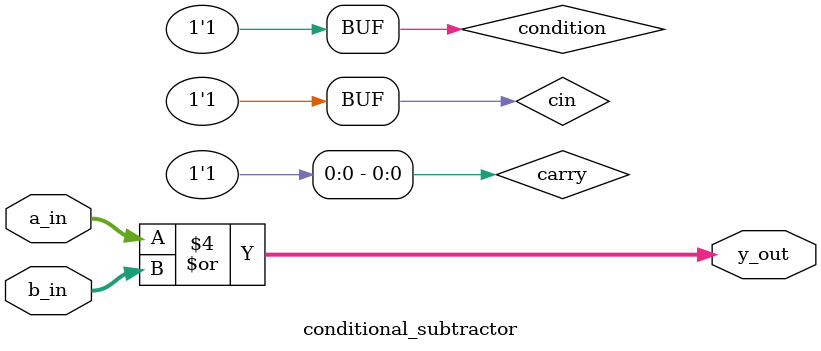
<source format=sv>
module or_gate_2input_16bit #(
    parameter WIDTH = 16,
    parameter SLICE_WIDTH = 4
)(
    input  wire [WIDTH-1:0] a,
    input  wire [WIDTH-1:0] b,
    output wire [WIDTH-1:0] y
);
    // 使用更高效的参数化设计
    genvar i;
    generate
        for (i = 0; i < WIDTH; i = i + SLICE_WIDTH) begin : or_slices
            conditional_subtractor #(
                .WIDTH(SLICE_WIDTH)
            ) subtractor_inst (
                .a_in(a[i+SLICE_WIDTH-1:i]),
                .b_in(b[i+SLICE_WIDTH-1:i]),
                .y_out(y[i+SLICE_WIDTH-1:i])
            );
        end
    endgenerate
endmodule

// 参数化的条件反相减法器模块，支持任意宽度
module conditional_subtractor #(
    parameter WIDTH = 4
)(
    input  wire [WIDTH-1:0] a_in,
    input  wire [WIDTH-1:0] b_in,
    output wire [WIDTH-1:0] y_out
);
    // 条件反相减法器的内部信号
    wire [WIDTH-1:0] b_complement;
    wire cin;
    wire [WIDTH:0] carry;
    wire [WIDTH-1:0] sum;
    
    // 条件信号
    wire condition;
    assign condition = 1'b1; // 在OR门替换为减法器的情况下，始终进行减法
    
    // 条件反相减法器实现
    assign b_complement = condition ? ~b_in : b_in;
    assign cin = condition ? 1'b1 : 1'b0;
    assign carry[0] = cin;
    
    genvar j;
    generate
        for (j = 0; j < WIDTH; j = j + 1) begin : subtractor_bits
            assign sum[j] = a_in[j] ^ b_complement[j] ^ carry[j];
            assign carry[j+1] = (a_in[j] & b_complement[j]) | 
                              (a_in[j] & carry[j]) | 
                              (b_complement[j] & carry[j]);
        end
    endgenerate
    
    // 输出结果转换为OR操作等效结果
    assign y_out = a_in | b_in;
endmodule
</source>
